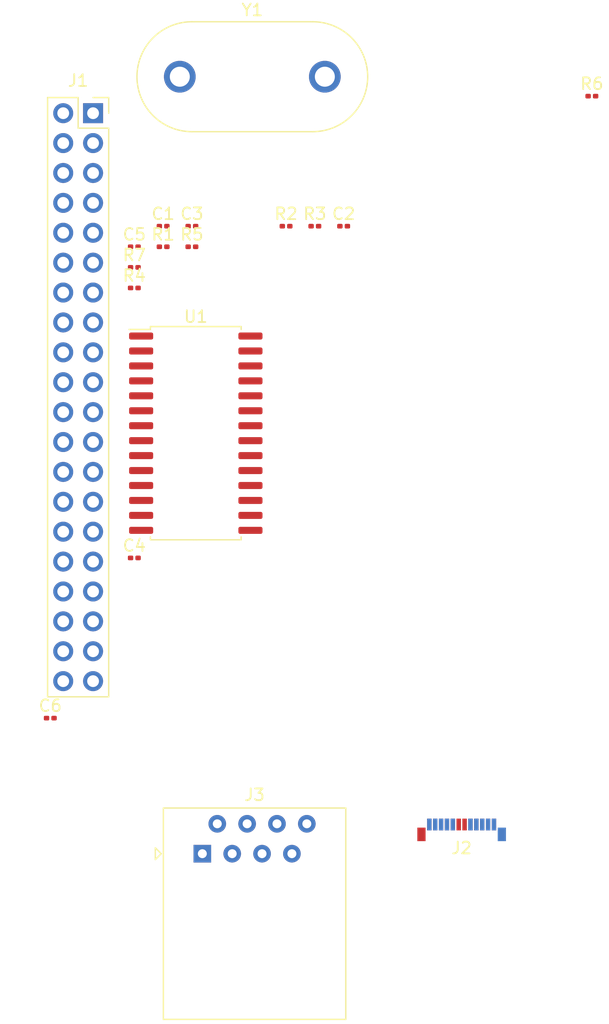
<source format=kicad_pcb>
(kicad_pcb (version 20211014) (generator pcbnew)
  (layers (0 "F.Cu" signal) (31 "B.Cu" signal) (34 "B.Paste" user) (35 "F.Paste" user) (36 "B.SilkS" user "B.Silkscreen") (37 "F.SilkS" user "F.Silkscreen") (38 "B.Mask" user) (39 "F.Mask" user) (44 "Edge.Cuts" user))
  (net 0 "")
  (net 14 "5V")
  (net 17 "GND")
  (footprint "Capacitor_SMD:C_0201_0603Metric" (layer "F.Cu") (at 160.11 72.87)
    (fp_text reference "C5" (at 0 -1.05) (layer "F.SilkS"))
    (fp_text value "C")
    (pad "1" smd roundrect (at -0.32 0) (size 0.46 0.4) (layers "F.Cu" "F.Mask"))
    (pad "2" smd roundrect (at 0.32 0) (size 0.46 0.4) (layers "F.Cu" "F.Mask"))
  )
  (footprint "Connector_USB:USB_C_Plug_Molex_105444" (layer "F.Cu") (at 187.96 121.92)
    (fp_text reference "J2" (at 0 2.04) (layer "F.SilkS"))
    (fp_text value "USB_C_Receptacle_PowerOnly_6P")
    (pad "A1" smd rect (at -2.75 0.04) (size 0.38 1) (layers "F.Cu" "F.Paste" "F.Mask"))
    (pad "A2" smd rect (at -2.25 0.04) (size 0.38 1) (layers "F.Cu" "F.Paste" "F.Mask"))
    (pad "A3" smd rect (at -1.75 0.04) (size 0.38 1) (layers "F.Cu" "F.Paste" "F.Mask"))
    (pad "A4" smd rect (at -1.25 0.04) (size 0.38 1) (layers "F.Cu" "F.Paste" "F.Mask"))
    (pad "A5" smd rect (at -0.75 0.04) (size 0.38 1) (layers "F.Cu" "F.Paste" "F.Mask"))
    (pad "A6" smd rect (at -0.25 0.04) (size 0.38 1) (layers "F.Cu" "F.Paste" "F.Mask"))
    (pad "A7" smd rect (at 0.25 0.04) (size 0.38 1) (layers "F.Cu" "F.Paste" "F.Mask"))
    (pad "A8" smd rect (at 0.75 0.04) (size 0.38 1) (layers "F.Cu" "F.Paste" "F.Mask"))
    (pad "A9" smd rect (at 1.25 0.04) (size 0.38 1) (layers "F.Cu" "F.Paste" "F.Mask") (net 14 "5V"))
    (pad "A10" smd rect (at 1.75 0.04) (size 0.38 1) (layers "F.Cu" "F.Paste" "F.Mask"))
    (pad "A11" smd rect (at 2.25 0.04) (size 0.38 1) (layers "F.Cu" "F.Paste" "F.Mask"))
    (pad "A12" smd rect (at 2.75 0.04) (size 0.38 1) (layers "F.Cu" "F.Paste" "F.Mask") (net 17 "GND"))
    (pad "B1" smd rect (at 2.75 0.04) (size 0.38 1) (layers "B.Cu" "B.Paste" "B.Mask"))
    (pad "B2" smd rect (at 2.25 0.04) (size 0.38 1) (layers "B.Cu" "B.Paste" "B.Mask"))
    (pad "B3" smd rect (at 1.75 0.04) (size 0.38 1) (layers "B.Cu" "B.Paste" "B.Mask"))
    (pad "B4" smd rect (at 1.25 0.04) (size 0.38 1) (layers "B.Cu" "B.Paste" "B.Mask"))
    (pad "B5" smd rect (at 0.75 0.04) (size 0.38 1) (layers "B.Cu" "B.Paste" "B.Mask"))
    (pad "B8" smd rect (at -0.75 0.04) (size 0.38 1) (layers "B.Cu" "B.Paste" "B.Mask"))
    (pad "B9" smd rect (at -1.25 0.04) (size 0.38 1) (layers "B.Cu" "B.Paste" "B.Mask") (net 14 "5V"))
    (pad "B10" smd rect (at -1.75 0.04) (size 0.38 1) (layers "B.Cu" "B.Paste" "B.Mask"))
    (pad "B11" smd rect (at -2.25 0.04) (size 0.38 1) (layers "B.Cu" "B.Paste" "B.Mask"))
    (pad "B12" smd rect (at -2.75 0.04) (size 0.38 1) (layers "B.Cu" "B.Paste" "B.Mask") (net 17 "GND"))
    (pad "S1" smd rect (at 3.42 0.88) (size 0.7 1.15) (layers "B.Cu" "B.Paste" "B.Mask"))
    (pad "S1" smd rect (at -3.42 0.88) (size 0.7 1.15) (layers "F.Cu" "F.Paste" "F.Mask"))
  )
  (footprint "Connector_PinSocket_2.54mm:PinSocket_2x20_P2.54mm_Vertical" (layer "F.Cu") (at 156.6 61.52)
    (fp_text reference "J1" (at -1.27 -2.77) (layer "F.SilkS"))
    (fp_text value "Raspberry_Pi_2_3")
    (fp_line (start 1.33 1.27) (end 1.33 49.59) (layer "F.SilkS") (width 0.12))
    (fp_line (start -3.87 49.59) (end 1.33 49.59) (layer "F.SilkS") (width 0.12))
    (fp_line (start -1.27 -1.33) (end -1.27 1.27) (layer "F.SilkS") (width 0.12))
    (fp_line (start 1.33 -1.33) (end 1.33 0) (layer "F.SilkS") (width 0.12))
    (fp_line (start -1.27 1.27) (end 1.33 1.27) (layer "F.SilkS") (width 0.12))
    (fp_line (start 0 -1.33) (end 1.33 -1.33) (layer "F.SilkS") (width 0.12))
    (fp_line (start -3.87 -1.33) (end -1.27 -1.33) (layer "F.SilkS") (width 0.12))
    (fp_line (start -3.87 -1.33) (end -3.87 49.59) (layer "F.SilkS") (width 0.12))
    (pad "1" thru_hole rect (at 0 0) (size 1.7 1.7) (drill 1) (layers *.Cu *.Mask))
    (pad "2" thru_hole oval (at -2.54 0) (size 1.7 1.7) (drill 1) (layers *.Cu *.Mask) (net 14 "5V"))
    (pad "3" thru_hole oval (at 0 2.54) (size 1.7 1.7) (drill 1) (layers *.Cu *.Mask))
    (pad "4" thru_hole oval (at -2.54 2.54) (size 1.7 1.7) (drill 1) (layers *.Cu *.Mask) (net 14 "5V"))
    (pad "5" thru_hole oval (at 0 5.08) (size 1.7 1.7) (drill 1) (layers *.Cu *.Mask))
    (pad "6" thru_hole oval (at -2.54 5.08) (size 1.7 1.7) (drill 1) (layers *.Cu *.Mask) (net 17 "GND"))
    (pad "7" thru_hole oval (at 0 7.62) (size 1.7 1.7) (drill 1) (layers *.Cu *.Mask))
    (pad "8" thru_hole oval (at -2.54 7.62) (size 1.7 1.7) (drill 1) (layers *.Cu *.Mask))
    (pad "9" thru_hole oval (at 0 10.16) (size 1.7 1.7) (drill 1) (layers *.Cu *.Mask) (net 17 "GND"))
    (pad "10" thru_hole oval (at -2.54 10.16) (size 1.7 1.7) (drill 1) (layers *.Cu *.Mask))
    (pad "11" thru_hole oval (at 0 12.7) (size 1.7 1.7) (drill 1) (layers *.Cu *.Mask))
    (pad "12" thru_hole oval (at -2.54 12.7) (size 1.7 1.7) (drill 1) (layers *.Cu *.Mask))
    (pad "13" thru_hole oval (at 0 15.24) (size 1.7 1.7) (drill 1) (layers *.Cu *.Mask))
    (pad "14" thru_hole oval (at -2.54 15.24) (size 1.7 1.7) (drill 1) (layers *.Cu *.Mask) (net 17 "GND"))
    (pad "15" thru_hole oval (at 0 17.78) (size 1.7 1.7) (drill 1) (layers *.Cu *.Mask))
    (pad "16" thru_hole oval (at -2.54 17.78) (size 1.7 1.7) (drill 1) (layers *.Cu *.Mask))
    (pad "17" thru_hole oval (at 0 20.32) (size 1.7 1.7) (drill 1) (layers *.Cu *.Mask))
    (pad "18" thru_hole oval (at -2.54 20.32) (size 1.7 1.7) (drill 1) (layers *.Cu *.Mask))
    (pad "19" thru_hole oval (at 0 22.86) (size 1.7 1.7) (drill 1) (layers *.Cu *.Mask))
    (pad "20" thru_hole oval (at -2.54 22.86) (size 1.7 1.7) (drill 1) (layers *.Cu *.Mask) (net 17 "GND"))
    (pad "21" thru_hole oval (at 0 25.4) (size 1.7 1.7) (drill 1) (layers *.Cu *.Mask))
    (pad "22" thru_hole oval (at -2.54 25.4) (size 1.7 1.7) (drill 1) (layers *.Cu *.Mask))
    (pad "23" thru_hole oval (at 0 27.94) (size 1.7 1.7) (drill 1) (layers *.Cu *.Mask))
    (pad "24" thru_hole oval (at -2.54 27.94) (size 1.7 1.7) (drill 1) (layers *.Cu *.Mask))
    (pad "25" thru_hole oval (at 0 30.48) (size 1.7 1.7) (drill 1) (layers *.Cu *.Mask) (net 17 "GND"))
    (pad "26" thru_hole oval (at -2.54 30.48) (size 1.7 1.7) (drill 1) (layers *.Cu *.Mask))
    (pad "27" thru_hole oval (at 0 33.02) (size 1.7 1.7) (drill 1) (layers *.Cu *.Mask))
    (pad "28" thru_hole oval (at -2.54 33.02) (size 1.7 1.7) (drill 1) (layers *.Cu *.Mask))
    (pad "29" thru_hole oval (at 0 35.56) (size 1.7 1.7) (drill 1) (layers *.Cu *.Mask))
    (pad "30" thru_hole oval (at -2.54 35.56) (size 1.7 1.7) (drill 1) (layers *.Cu *.Mask) (net 17 "GND"))
    (pad "31" thru_hole oval (at 0 38.1) (size 1.7 1.7) (drill 1) (layers *.Cu *.Mask))
    (pad "32" thru_hole oval (at -2.54 38.1) (size 1.7 1.7) (drill 1) (layers *.Cu *.Mask))
    (pad "33" thru_hole oval (at 0 40.64) (size 1.7 1.7) (drill 1) (layers *.Cu *.Mask))
    (pad "34" thru_hole oval (at -2.54 40.64) (size 1.7 1.7) (drill 1) (layers *.Cu *.Mask) (net 17 "GND"))
    (pad "35" thru_hole oval (at 0 43.18) (size 1.7 1.7) (drill 1) (layers *.Cu *.Mask))
    (pad "36" thru_hole oval (at -2.54 43.18) (size 1.7 1.7) (drill 1) (layers *.Cu *.Mask))
    (pad "37" thru_hole oval (at 0 45.72) (size 1.7 1.7) (drill 1) (layers *.Cu *.Mask))
    (pad "38" thru_hole oval (at -2.54 45.72) (size 1.7 1.7) (drill 1) (layers *.Cu *.Mask))
    (pad "39" thru_hole oval (at 0 48.26) (size 1.7 1.7) (drill 1) (layers *.Cu *.Mask) (net 17 "GND"))
    (pad "40" thru_hole oval (at -2.54 48.26) (size 1.7 1.7) (drill 1) (layers *.Cu *.Mask))
  )
  (footprint "Resistor_SMD:R_0201_0603Metric" (layer "F.Cu") (at 173.02 71.12)
    (fp_text reference "R2" (at 0 -1.05) (layer "F.SilkS"))
    (fp_text value "R")
    (pad "1" smd roundrect (at -0.32 0) (size 0.46 0.4) (layers "F.Cu" "F.Mask"))
    (pad "2" smd roundrect (at 0.32 0) (size 0.46 0.4) (layers "F.Cu" "F.Mask"))
  )
  (footprint "Resistor_SMD:R_0201_0603Metric" (layer "F.Cu") (at 175.47 71.12)
    (fp_text reference "R3" (at 0 -1.05) (layer "F.SilkS"))
    (fp_text value "R")
    (pad "1" smd roundrect (at -0.32 0) (size 0.46 0.4) (layers "F.Cu" "F.Mask"))
    (pad "2" smd roundrect (at 0.32 0) (size 0.46 0.4) (layers "F.Cu" "F.Mask"))
  )
  (footprint "Resistor_SMD:R_0201_0603Metric" (layer "F.Cu") (at 160.11 74.62)
    (fp_text reference "R7" (at 0 -1.05) (layer "F.SilkS"))
    (fp_text value "R")
    (pad "1" smd roundrect (at -0.32 0) (size 0.46 0.4) (layers "F.Cu" "F.Mask"))
    (pad "2" smd roundrect (at 0.32 0) (size 0.46 0.4) (layers "F.Cu" "F.Mask"))
  )
  (footprint "Capacitor_SMD:C_0201_0603Metric" (layer "F.Cu") (at 152.96 112.92)
    (fp_text reference "C6" (at 0 -1.05) (layer "F.SilkS"))
    (fp_text value "C")
    (pad "1" smd roundrect (at -0.32 0) (size 0.46 0.4) (layers "F.Cu" "F.Mask"))
    (pad "2" smd roundrect (at 0.32 0) (size 0.46 0.4) (layers "F.Cu" "F.Mask"))
  )
  (footprint "Capacitor_SMD:C_0201_0603Metric" (layer "F.Cu") (at 162.56 71.12)
    (fp_text reference "C1" (at 0 -1.05) (layer "F.SilkS"))
    (fp_text value "C")
    (pad "1" smd roundrect (at -0.32 0) (size 0.46 0.4) (layers "F.Cu" "F.Mask"))
    (pad "2" smd roundrect (at 0.32 0) (size 0.46 0.4) (layers "F.Cu" "F.Mask"))
  )
  (footprint "Connector_RJ:RJ45_Amphenol_54602-x08_Horizontal" (layer "F.Cu") (at 165.8975 124.44)
    (fp_text reference "J3" (at 4.445 -5) (layer "F.SilkS"))
    (fp_text value "RJ45")
    (fp_line (start -3.315 14.08) (end 12.205 14.08) (layer "F.SilkS") (width 0.12))
    (fp_line (start 12.205 -3.88) (end -3.315 -3.88) (layer "F.SilkS") (width 0.12))
    (fp_line (start -4 0.5) (end -3.5 0) (layer "F.SilkS") (width 0.12))
    (fp_line (start -4 -0.5) (end -4 0.5) (layer "F.SilkS") (width 0.12))
    (fp_line (start -3.5 0) (end -4 -0.5) (layer "F.SilkS") (width 0.12))
    (fp_line (start 12.205 -3.88) (end 12.205 14.08) (layer "F.SilkS") (width 0.12))
    (fp_line (start -3.315 -3.88) (end -3.315 14.08) (layer "F.SilkS") (width 0.12))
    (pad "" np_thru_hole circle (at 10.16 6.35) (size 3.2 3.2) (drill 3.2) (layers *.Cu *.Mask))
    (pad "" np_thru_hole circle (at -1.27 6.35) (size 3.2 3.2) (drill 3.2) (layers *.Cu *.Mask))
    (pad "1" thru_hole rect (at 0 0) (size 1.5 1.5) (drill 0.76) (layers *.Cu *.Mask))
    (pad "2" thru_hole circle (at 1.27 -2.54) (size 1.5 1.5) (drill 0.76) (layers *.Cu *.Mask))
    (pad "3" thru_hole circle (at 2.54 0) (size 1.5 1.5) (drill 0.76) (layers *.Cu *.Mask))
    (pad "4" thru_hole circle (at 3.81 -2.54) (size 1.5 1.5) (drill 0.76) (layers *.Cu *.Mask))
    (pad "5" thru_hole circle (at 5.08 0) (size 1.5 1.5) (drill 0.76) (layers *.Cu *.Mask))
    (pad "6" thru_hole circle (at 6.35 -2.54) (size 1.5 1.5) (drill 0.76) (layers *.Cu *.Mask))
    (pad "7" thru_hole circle (at 7.62 0) (size 1.5 1.5) (drill 0.76) (layers *.Cu *.Mask))
    (pad "8" thru_hole circle (at 8.89 -2.54) (size 1.5 1.5) (drill 0.76) (layers *.Cu *.Mask))
  )
  (footprint "Resistor_SMD:R_0201_0603Metric" (layer "F.Cu") (at 162.56 72.87)
    (fp_text reference "R1" (at 0 -1.05) (layer "F.SilkS"))
    (fp_text value "R")
    (pad "1" smd roundrect (at -0.32 0) (size 0.46 0.4) (layers "F.Cu" "F.Mask"))
    (pad "2" smd roundrect (at 0.32 0) (size 0.46 0.4) (layers "F.Cu" "F.Mask"))
  )
  (footprint "Resistor_SMD:R_0201_0603Metric" (layer "F.Cu") (at 160.11 76.37)
    (fp_text reference "R4" (at 0 -1.05) (layer "F.SilkS"))
    (fp_text value "R")
    (pad "1" smd roundrect (at -0.32 0) (size 0.46 0.4) (layers "F.Cu" "F.Mask"))
    (pad "2" smd roundrect (at 0.32 0) (size 0.46 0.4) (layers "F.Cu" "F.Mask"))
  )
  (footprint "Resistor_SMD:R_0201_0603Metric" (layer "F.Cu") (at 199.04 60.07)
    (fp_text reference "R6" (at 0 -1.05) (layer "F.SilkS"))
    (fp_text value "R")
    (pad "1" smd roundrect (at -0.32 0) (size 0.46 0.4) (layers "F.Cu" "F.Mask"))
    (pad "2" smd roundrect (at 0.32 0) (size 0.46 0.4) (layers "F.Cu" "F.Mask"))
  )
  (footprint "Crystal:Crystal_HC33-U_Vertical" (layer "F.Cu") (at 163.98 58.42)
    (fp_text reference "Y1" (at 6.17 -5.67) (layer "F.SilkS"))
    (fp_text value "Crystal")
    (fp_line (start 1.025 4.67) (end 11.315 4.67) (layer "F.SilkS") (width 0.12))
    (fp_line (start 1.025 -4.67) (end 11.315 -4.67) (layer "F.SilkS") (width 0.12))
    (fp_arc (start 1.025 4.67) (mid -3.645 0) (end 1.025 -4.67) (layer "F.SilkS") (width 0.12))
    (fp_arc (start 11.315 -4.67) (mid 15.985 0) (end 11.315 4.67) (layer "F.SilkS") (width 0.12))
    (pad "1" thru_hole circle (at 0 0) (size 2.7 2.7) (drill 1.7) (layers *.Cu *.Mask))
    (pad "2" thru_hole circle (at 12.34 0) (size 2.7 2.7) (drill 1.7) (layers *.Cu *.Mask))
  )
  (footprint "Capacitor_SMD:C_0201_0603Metric" (layer "F.Cu") (at 160.11 99.31)
    (fp_text reference "C4" (at 0 -1.05) (layer "F.SilkS"))
    (fp_text value "C")
    (pad "1" smd roundrect (at -0.32 0) (size 0.46 0.4) (layers "F.Cu" "F.Mask"))
    (pad "2" smd roundrect (at 0.32 0) (size 0.46 0.4) (layers "F.Cu" "F.Mask"))
  )
  (footprint "Resistor_SMD:R_0201_0603Metric" (layer "F.Cu") (at 165.01 72.87)
    (fp_text reference "R5" (at 0 -1.05) (layer "F.SilkS"))
    (fp_text value "R")
    (pad "1" smd roundrect (at -0.32 0) (size 0.46 0.4) (layers "F.Cu" "F.Mask"))
    (pad "2" smd roundrect (at 0.32 0) (size 0.46 0.4) (layers "F.Cu" "F.Mask"))
  )
  (footprint "Capacitor_SMD:C_0201_0603Metric" (layer "F.Cu") (at 165.01 71.12)
    (fp_text reference "C3" (at 0 -1.05) (layer "F.SilkS"))
    (fp_text value "C")
    (pad "1" smd roundrect (at -0.32 0) (size 0.46 0.4) (layers "F.Cu" "F.Mask"))
    (pad "2" smd roundrect (at 0.32 0) (size 0.46 0.4) (layers "F.Cu" "F.Mask"))
  )
  (footprint "Capacitor_SMD:C_0201_0603Metric" (layer "F.Cu") (at 177.92 71.12)
    (fp_text reference "C2" (at 0 -1.05) (layer "F.SilkS"))
    (fp_text value "C")
    (pad "1" smd roundrect (at -0.32 0) (size 0.46 0.4) (layers "F.Cu" "F.Mask"))
    (pad "2" smd roundrect (at 0.32 0) (size 0.46 0.4) (layers "F.Cu" "F.Mask"))
  )
  (footprint "Package_SO:SOIC-28W_7.5x17.9mm_P1.27mm" (layer "F.Cu") (at 165.34 88.71)
    (fp_text reference "U1" (at 0 -9.9) (layer "F.SilkS"))
    (fp_text value "ENC28J60x-SO")
    (fp_line (start 3.86 -9.06) (end 3.86 -8.815) (layer "F.SilkS") (width 0.12))
    (fp_line (start -3.86 -8.815) (end -5.675 -8.815) (layer "F.SilkS") (width 0.12))
    (fp_line (start 0 9.06) (end -3.86 9.06) (layer "F.SilkS") (width 0.12))
    (fp_line (start 0 -9.06) (end 3.86 -9.06) (layer "F.SilkS") (width 0.12))
    (fp_line (start 0 9.06) (end 3.86 9.06) (layer "F.SilkS") (width 0.12))
    (fp_line (start 3.86 9.06) (end 3.86 8.815) (layer "F.SilkS") (width 0.12))
    (fp_line (start -3.86 9.06) (end -3.86 8.815) (layer "F.SilkS") (width 0.12))
    (fp_line (start -3.86 -9.06) (end -3.86 -8.815) (layer "F.SilkS") (width 0.12))
    (fp_line (start 0 -9.06) (end -3.86 -9.06) (layer "F.SilkS") (width 0.12))
    (pad "1" smd roundrect (at -4.65 -8.255) (size 2.05 0.6) (layers "F.Cu" "F.Paste" "F.Mask"))
    (pad "2" smd roundrect (at -4.65 -6.985) (size 2.05 0.6) (layers "F.Cu" "F.Paste" "F.Mask"))
    (pad "3" smd roundrect (at -4.65 -5.715) (size 2.05 0.6) (layers "F.Cu" "F.Paste" "F.Mask"))
    (pad "4" smd roundrect (at -4.65 -4.445) (size 2.05 0.6) (layers "F.Cu" "F.Paste" "F.Mask"))
    (pad "5" smd roundrect (at -4.65 -3.175) (size 2.05 0.6) (layers "F.Cu" "F.Paste" "F.Mask"))
    (pad "6" smd roundrect (at -4.65 -1.905) (size 2.05 0.6) (layers "F.Cu" "F.Paste" "F.Mask"))
    (pad "7" smd roundrect (at -4.65 -0.635) (size 2.05 0.6) (layers "F.Cu" "F.Paste" "F.Mask"))
    (pad "8" smd roundrect (at -4.65 0.635) (size 2.05 0.6) (layers "F.Cu" "F.Paste" "F.Mask"))
    (pad "9" smd roundrect (at -4.65 1.905) (size 2.05 0.6) (layers "F.Cu" "F.Paste" "F.Mask"))
    (pad "10" smd roundrect (at -4.65 3.175) (size 2.05 0.6) (layers "F.Cu" "F.Paste" "F.Mask"))
    (pad "11" smd roundrect (at -4.65 4.445) (size 2.05 0.6) (layers "F.Cu" "F.Paste" "F.Mask"))
    (pad "12" smd roundrect (at -4.65 5.715) (size 2.05 0.6) (layers "F.Cu" "F.Paste" "F.Mask"))
    (pad "13" smd roundrect (at -4.65 6.985) (size 2.05 0.6) (layers "F.Cu" "F.Paste" "F.Mask"))
    (pad "14" smd roundrect (at -4.65 8.255) (size 2.05 0.6) (layers "F.Cu" "F.Paste" "F.Mask"))
    (pad "15" smd roundrect (at 4.65 8.255) (size 2.05 0.6) (layers "F.Cu" "F.Paste" "F.Mask"))
    (pad "16" smd roundrect (at 4.65 6.985) (size 2.05 0.6) (layers "F.Cu" "F.Paste" "F.Mask"))
    (pad "17" smd roundrect (at 4.65 5.715) (size 2.05 0.6) (layers "F.Cu" "F.Paste" "F.Mask"))
    (pad "18" smd roundrect (at 4.65 4.445) (size 2.05 0.6) (layers "F.Cu" "F.Paste" "F.Mask"))
    (pad "19" smd roundrect (at 4.65 3.175) (size 2.05 0.6) (layers "F.Cu" "F.Paste" "F.Mask"))
    (pad "20" smd roundrect (at 4.65 1.905) (size 2.05 0.6) (layers "F.Cu" "F.Paste" "F.Mask"))
    (pad "21" smd roundrect (at 4.65 0.635) (size 2.05 0.6) (layers "F.Cu" "F.Paste" "F.Mask"))
    (pad "22" smd roundrect (at 4.65 -0.635) (size 2.05 0.6) (layers "F.Cu" "F.Paste" "F.Mask"))
    (pad "23" smd roundrect (at 4.65 -1.905) (size 2.05 0.6) (layers "F.Cu" "F.Paste" "F.Mask"))
    (pad "24" smd roundrect (at 4.65 -3.175) (size 2.05 0.6) (layers "F.Cu" "F.Paste" "F.Mask"))
    (pad "25" smd roundrect (at 4.65 -4.445) (size 2.05 0.6) (layers "F.Cu" "F.Paste" "F.Mask"))
    (pad "26" smd roundrect (at 4.65 -5.715) (size 2.05 0.6) (layers "F.Cu" "F.Paste" "F.Mask"))
    (pad "27" smd roundrect (at 4.65 -6.985) (size 2.05 0.6) (layers "F.Cu" "F.Paste" "F.Mask"))
    (pad "28" smd roundrect (at 4.65 -8.255) (size 2.05 0.6) (layers "F.Cu" "F.Paste" "F.Mask"))
  )
)
</source>
